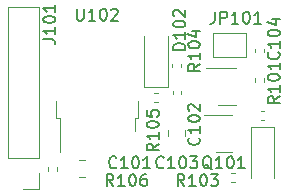
<source format=gbr>
%TF.GenerationSoftware,KiCad,Pcbnew,6.0.11+dfsg-1~bpo11+1*%
%TF.CreationDate,2023-05-06T05:54:02+00:00*%
%TF.ProjectId,huibike,68756962-696b-4652-9e6b-696361645f70,rev?*%
%TF.SameCoordinates,Original*%
%TF.FileFunction,Legend,Top*%
%TF.FilePolarity,Positive*%
%FSLAX46Y46*%
G04 Gerber Fmt 4.6, Leading zero omitted, Abs format (unit mm)*
G04 Created by KiCad (PCBNEW 6.0.11+dfsg-1~bpo11+1) date 2023-05-06 05:54:02*
%MOMM*%
%LPD*%
G01*
G04 APERTURE LIST*
%ADD10C,0.150000*%
%ADD11C,0.120000*%
G04 APERTURE END LIST*
D10*
%TO.C,C104*%
X105607142Y-54119047D02*
X105654761Y-54166666D01*
X105702380Y-54309523D01*
X105702380Y-54404761D01*
X105654761Y-54547619D01*
X105559523Y-54642857D01*
X105464285Y-54690476D01*
X105273809Y-54738095D01*
X105130952Y-54738095D01*
X104940476Y-54690476D01*
X104845238Y-54642857D01*
X104750000Y-54547619D01*
X104702380Y-54404761D01*
X104702380Y-54309523D01*
X104750000Y-54166666D01*
X104797619Y-54119047D01*
X105702380Y-53166666D02*
X105702380Y-53738095D01*
X105702380Y-53452380D02*
X104702380Y-53452380D01*
X104845238Y-53547619D01*
X104940476Y-53642857D01*
X104988095Y-53738095D01*
X104702380Y-52547619D02*
X104702380Y-52452380D01*
X104750000Y-52357142D01*
X104797619Y-52309523D01*
X104892857Y-52261904D01*
X105083333Y-52214285D01*
X105321428Y-52214285D01*
X105511904Y-52261904D01*
X105607142Y-52309523D01*
X105654761Y-52357142D01*
X105702380Y-52452380D01*
X105702380Y-52547619D01*
X105654761Y-52642857D01*
X105607142Y-52690476D01*
X105511904Y-52738095D01*
X105321428Y-52785714D01*
X105083333Y-52785714D01*
X104892857Y-52738095D01*
X104797619Y-52690476D01*
X104750000Y-52642857D01*
X104702380Y-52547619D01*
X105035714Y-51357142D02*
X105702380Y-51357142D01*
X104654761Y-51595238D02*
X105369047Y-51833333D01*
X105369047Y-51214285D01*
%TO.C,Q101*%
X99952380Y-64047619D02*
X99857142Y-64000000D01*
X99761904Y-63904761D01*
X99619047Y-63761904D01*
X99523809Y-63714285D01*
X99428571Y-63714285D01*
X99476190Y-63952380D02*
X99380952Y-63904761D01*
X99285714Y-63809523D01*
X99238095Y-63619047D01*
X99238095Y-63285714D01*
X99285714Y-63095238D01*
X99380952Y-63000000D01*
X99476190Y-62952380D01*
X99666666Y-62952380D01*
X99761904Y-63000000D01*
X99857142Y-63095238D01*
X99904761Y-63285714D01*
X99904761Y-63619047D01*
X99857142Y-63809523D01*
X99761904Y-63904761D01*
X99666666Y-63952380D01*
X99476190Y-63952380D01*
X100857142Y-63952380D02*
X100285714Y-63952380D01*
X100571428Y-63952380D02*
X100571428Y-62952380D01*
X100476190Y-63095238D01*
X100380952Y-63190476D01*
X100285714Y-63238095D01*
X101476190Y-62952380D02*
X101571428Y-62952380D01*
X101666666Y-63000000D01*
X101714285Y-63047619D01*
X101761904Y-63142857D01*
X101809523Y-63333333D01*
X101809523Y-63571428D01*
X101761904Y-63761904D01*
X101714285Y-63857142D01*
X101666666Y-63904761D01*
X101571428Y-63952380D01*
X101476190Y-63952380D01*
X101380952Y-63904761D01*
X101333333Y-63857142D01*
X101285714Y-63761904D01*
X101238095Y-63571428D01*
X101238095Y-63333333D01*
X101285714Y-63142857D01*
X101333333Y-63047619D01*
X101380952Y-63000000D01*
X101476190Y-62952380D01*
X102761904Y-63952380D02*
X102190476Y-63952380D01*
X102476190Y-63952380D02*
X102476190Y-62952380D01*
X102380952Y-63095238D01*
X102285714Y-63190476D01*
X102190476Y-63238095D01*
%TO.C,JP101*%
X100214285Y-50702380D02*
X100214285Y-51416666D01*
X100166666Y-51559523D01*
X100071428Y-51654761D01*
X99928571Y-51702380D01*
X99833333Y-51702380D01*
X100690476Y-51702380D02*
X100690476Y-50702380D01*
X101071428Y-50702380D01*
X101166666Y-50750000D01*
X101214285Y-50797619D01*
X101261904Y-50892857D01*
X101261904Y-51035714D01*
X101214285Y-51130952D01*
X101166666Y-51178571D01*
X101071428Y-51226190D01*
X100690476Y-51226190D01*
X102214285Y-51702380D02*
X101642857Y-51702380D01*
X101928571Y-51702380D02*
X101928571Y-50702380D01*
X101833333Y-50845238D01*
X101738095Y-50940476D01*
X101642857Y-50988095D01*
X102833333Y-50702380D02*
X102928571Y-50702380D01*
X103023809Y-50750000D01*
X103071428Y-50797619D01*
X103119047Y-50892857D01*
X103166666Y-51083333D01*
X103166666Y-51321428D01*
X103119047Y-51511904D01*
X103071428Y-51607142D01*
X103023809Y-51654761D01*
X102928571Y-51702380D01*
X102833333Y-51702380D01*
X102738095Y-51654761D01*
X102690476Y-51607142D01*
X102642857Y-51511904D01*
X102595238Y-51321428D01*
X102595238Y-51083333D01*
X102642857Y-50892857D01*
X102690476Y-50797619D01*
X102738095Y-50750000D01*
X102833333Y-50702380D01*
X104119047Y-51702380D02*
X103547619Y-51702380D01*
X103833333Y-51702380D02*
X103833333Y-50702380D01*
X103738095Y-50845238D01*
X103642857Y-50940476D01*
X103547619Y-50988095D01*
%TO.C,C101*%
X91880952Y-63857142D02*
X91833333Y-63904761D01*
X91690476Y-63952380D01*
X91595238Y-63952380D01*
X91452380Y-63904761D01*
X91357142Y-63809523D01*
X91309523Y-63714285D01*
X91261904Y-63523809D01*
X91261904Y-63380952D01*
X91309523Y-63190476D01*
X91357142Y-63095238D01*
X91452380Y-63000000D01*
X91595238Y-62952380D01*
X91690476Y-62952380D01*
X91833333Y-63000000D01*
X91880952Y-63047619D01*
X92833333Y-63952380D02*
X92261904Y-63952380D01*
X92547619Y-63952380D02*
X92547619Y-62952380D01*
X92452380Y-63095238D01*
X92357142Y-63190476D01*
X92261904Y-63238095D01*
X93452380Y-62952380D02*
X93547619Y-62952380D01*
X93642857Y-63000000D01*
X93690476Y-63047619D01*
X93738095Y-63142857D01*
X93785714Y-63333333D01*
X93785714Y-63571428D01*
X93738095Y-63761904D01*
X93690476Y-63857142D01*
X93642857Y-63904761D01*
X93547619Y-63952380D01*
X93452380Y-63952380D01*
X93357142Y-63904761D01*
X93309523Y-63857142D01*
X93261904Y-63761904D01*
X93214285Y-63571428D01*
X93214285Y-63333333D01*
X93261904Y-63142857D01*
X93309523Y-63047619D01*
X93357142Y-63000000D01*
X93452380Y-62952380D01*
X94738095Y-63952380D02*
X94166666Y-63952380D01*
X94452380Y-63952380D02*
X94452380Y-62952380D01*
X94357142Y-63095238D01*
X94261904Y-63190476D01*
X94166666Y-63238095D01*
%TO.C,R105*%
X95452380Y-61869047D02*
X94976190Y-62202380D01*
X95452380Y-62440476D02*
X94452380Y-62440476D01*
X94452380Y-62059523D01*
X94500000Y-61964285D01*
X94547619Y-61916666D01*
X94642857Y-61869047D01*
X94785714Y-61869047D01*
X94880952Y-61916666D01*
X94928571Y-61964285D01*
X94976190Y-62059523D01*
X94976190Y-62440476D01*
X95452380Y-60916666D02*
X95452380Y-61488095D01*
X95452380Y-61202380D02*
X94452380Y-61202380D01*
X94595238Y-61297619D01*
X94690476Y-61392857D01*
X94738095Y-61488095D01*
X94452380Y-60297619D02*
X94452380Y-60202380D01*
X94500000Y-60107142D01*
X94547619Y-60059523D01*
X94642857Y-60011904D01*
X94833333Y-59964285D01*
X95071428Y-59964285D01*
X95261904Y-60011904D01*
X95357142Y-60059523D01*
X95404761Y-60107142D01*
X95452380Y-60202380D01*
X95452380Y-60297619D01*
X95404761Y-60392857D01*
X95357142Y-60440476D01*
X95261904Y-60488095D01*
X95071428Y-60535714D01*
X94833333Y-60535714D01*
X94642857Y-60488095D01*
X94547619Y-60440476D01*
X94500000Y-60392857D01*
X94452380Y-60297619D01*
X94452380Y-59059523D02*
X94452380Y-59535714D01*
X94928571Y-59583333D01*
X94880952Y-59535714D01*
X94833333Y-59440476D01*
X94833333Y-59202380D01*
X94880952Y-59107142D01*
X94928571Y-59059523D01*
X95023809Y-59011904D01*
X95261904Y-59011904D01*
X95357142Y-59059523D01*
X95404761Y-59107142D01*
X95452380Y-59202380D01*
X95452380Y-59440476D01*
X95404761Y-59535714D01*
X95357142Y-59583333D01*
%TO.C,J101*%
X85702380Y-53035714D02*
X86416666Y-53035714D01*
X86559523Y-53083333D01*
X86654761Y-53178571D01*
X86702380Y-53321428D01*
X86702380Y-53416666D01*
X86702380Y-52035714D02*
X86702380Y-52607142D01*
X86702380Y-52321428D02*
X85702380Y-52321428D01*
X85845238Y-52416666D01*
X85940476Y-52511904D01*
X85988095Y-52607142D01*
X85702380Y-51416666D02*
X85702380Y-51321428D01*
X85750000Y-51226190D01*
X85797619Y-51178571D01*
X85892857Y-51130952D01*
X86083333Y-51083333D01*
X86321428Y-51083333D01*
X86511904Y-51130952D01*
X86607142Y-51178571D01*
X86654761Y-51226190D01*
X86702380Y-51321428D01*
X86702380Y-51416666D01*
X86654761Y-51511904D01*
X86607142Y-51559523D01*
X86511904Y-51607142D01*
X86321428Y-51654761D01*
X86083333Y-51654761D01*
X85892857Y-51607142D01*
X85797619Y-51559523D01*
X85750000Y-51511904D01*
X85702380Y-51416666D01*
X86702380Y-50130952D02*
X86702380Y-50702380D01*
X86702380Y-50416666D02*
X85702380Y-50416666D01*
X85845238Y-50511904D01*
X85940476Y-50607142D01*
X85988095Y-50702380D01*
%TO.C,R101*%
X105702380Y-57869047D02*
X105226190Y-58202380D01*
X105702380Y-58440476D02*
X104702380Y-58440476D01*
X104702380Y-58059523D01*
X104750000Y-57964285D01*
X104797619Y-57916666D01*
X104892857Y-57869047D01*
X105035714Y-57869047D01*
X105130952Y-57916666D01*
X105178571Y-57964285D01*
X105226190Y-58059523D01*
X105226190Y-58440476D01*
X105702380Y-56916666D02*
X105702380Y-57488095D01*
X105702380Y-57202380D02*
X104702380Y-57202380D01*
X104845238Y-57297619D01*
X104940476Y-57392857D01*
X104988095Y-57488095D01*
X104702380Y-56297619D02*
X104702380Y-56202380D01*
X104750000Y-56107142D01*
X104797619Y-56059523D01*
X104892857Y-56011904D01*
X105083333Y-55964285D01*
X105321428Y-55964285D01*
X105511904Y-56011904D01*
X105607142Y-56059523D01*
X105654761Y-56107142D01*
X105702380Y-56202380D01*
X105702380Y-56297619D01*
X105654761Y-56392857D01*
X105607142Y-56440476D01*
X105511904Y-56488095D01*
X105321428Y-56535714D01*
X105083333Y-56535714D01*
X104892857Y-56488095D01*
X104797619Y-56440476D01*
X104750000Y-56392857D01*
X104702380Y-56297619D01*
X105702380Y-55011904D02*
X105702380Y-55583333D01*
X105702380Y-55297619D02*
X104702380Y-55297619D01*
X104845238Y-55392857D01*
X104940476Y-55488095D01*
X104988095Y-55583333D01*
%TO.C,D102*%
X97702380Y-53940476D02*
X96702380Y-53940476D01*
X96702380Y-53702380D01*
X96750000Y-53559523D01*
X96845238Y-53464285D01*
X96940476Y-53416666D01*
X97130952Y-53369047D01*
X97273809Y-53369047D01*
X97464285Y-53416666D01*
X97559523Y-53464285D01*
X97654761Y-53559523D01*
X97702380Y-53702380D01*
X97702380Y-53940476D01*
X97702380Y-52416666D02*
X97702380Y-52988095D01*
X97702380Y-52702380D02*
X96702380Y-52702380D01*
X96845238Y-52797619D01*
X96940476Y-52892857D01*
X96988095Y-52988095D01*
X96702380Y-51797619D02*
X96702380Y-51702380D01*
X96750000Y-51607142D01*
X96797619Y-51559523D01*
X96892857Y-51511904D01*
X97083333Y-51464285D01*
X97321428Y-51464285D01*
X97511904Y-51511904D01*
X97607142Y-51559523D01*
X97654761Y-51607142D01*
X97702380Y-51702380D01*
X97702380Y-51797619D01*
X97654761Y-51892857D01*
X97607142Y-51940476D01*
X97511904Y-51988095D01*
X97321428Y-52035714D01*
X97083333Y-52035714D01*
X96892857Y-51988095D01*
X96797619Y-51940476D01*
X96750000Y-51892857D01*
X96702380Y-51797619D01*
X96797619Y-51083333D02*
X96750000Y-51035714D01*
X96702380Y-50940476D01*
X96702380Y-50702380D01*
X96750000Y-50607142D01*
X96797619Y-50559523D01*
X96892857Y-50511904D01*
X96988095Y-50511904D01*
X97130952Y-50559523D01*
X97702380Y-51130952D01*
X97702380Y-50511904D01*
%TO.C,C102*%
X98857142Y-61369047D02*
X98904761Y-61416666D01*
X98952380Y-61559523D01*
X98952380Y-61654761D01*
X98904761Y-61797619D01*
X98809523Y-61892857D01*
X98714285Y-61940476D01*
X98523809Y-61988095D01*
X98380952Y-61988095D01*
X98190476Y-61940476D01*
X98095238Y-61892857D01*
X98000000Y-61797619D01*
X97952380Y-61654761D01*
X97952380Y-61559523D01*
X98000000Y-61416666D01*
X98047619Y-61369047D01*
X98952380Y-60416666D02*
X98952380Y-60988095D01*
X98952380Y-60702380D02*
X97952380Y-60702380D01*
X98095238Y-60797619D01*
X98190476Y-60892857D01*
X98238095Y-60988095D01*
X97952380Y-59797619D02*
X97952380Y-59702380D01*
X98000000Y-59607142D01*
X98047619Y-59559523D01*
X98142857Y-59511904D01*
X98333333Y-59464285D01*
X98571428Y-59464285D01*
X98761904Y-59511904D01*
X98857142Y-59559523D01*
X98904761Y-59607142D01*
X98952380Y-59702380D01*
X98952380Y-59797619D01*
X98904761Y-59892857D01*
X98857142Y-59940476D01*
X98761904Y-59988095D01*
X98571428Y-60035714D01*
X98333333Y-60035714D01*
X98142857Y-59988095D01*
X98047619Y-59940476D01*
X98000000Y-59892857D01*
X97952380Y-59797619D01*
X98047619Y-59083333D02*
X98000000Y-59035714D01*
X97952380Y-58940476D01*
X97952380Y-58702380D01*
X98000000Y-58607142D01*
X98047619Y-58559523D01*
X98142857Y-58511904D01*
X98238095Y-58511904D01*
X98380952Y-58559523D01*
X98952380Y-59130952D01*
X98952380Y-58511904D01*
%TO.C,R104*%
X98952380Y-55119047D02*
X98476190Y-55452380D01*
X98952380Y-55690476D02*
X97952380Y-55690476D01*
X97952380Y-55309523D01*
X98000000Y-55214285D01*
X98047619Y-55166666D01*
X98142857Y-55119047D01*
X98285714Y-55119047D01*
X98380952Y-55166666D01*
X98428571Y-55214285D01*
X98476190Y-55309523D01*
X98476190Y-55690476D01*
X98952380Y-54166666D02*
X98952380Y-54738095D01*
X98952380Y-54452380D02*
X97952380Y-54452380D01*
X98095238Y-54547619D01*
X98190476Y-54642857D01*
X98238095Y-54738095D01*
X97952380Y-53547619D02*
X97952380Y-53452380D01*
X98000000Y-53357142D01*
X98047619Y-53309523D01*
X98142857Y-53261904D01*
X98333333Y-53214285D01*
X98571428Y-53214285D01*
X98761904Y-53261904D01*
X98857142Y-53309523D01*
X98904761Y-53357142D01*
X98952380Y-53452380D01*
X98952380Y-53547619D01*
X98904761Y-53642857D01*
X98857142Y-53690476D01*
X98761904Y-53738095D01*
X98571428Y-53785714D01*
X98333333Y-53785714D01*
X98142857Y-53738095D01*
X98047619Y-53690476D01*
X98000000Y-53642857D01*
X97952380Y-53547619D01*
X98285714Y-52357142D02*
X98952380Y-52357142D01*
X97904761Y-52595238D02*
X98619047Y-52833333D01*
X98619047Y-52214285D01*
%TO.C,U102*%
X88535714Y-50452380D02*
X88535714Y-51261904D01*
X88583333Y-51357142D01*
X88630952Y-51404761D01*
X88726190Y-51452380D01*
X88916666Y-51452380D01*
X89011904Y-51404761D01*
X89059523Y-51357142D01*
X89107142Y-51261904D01*
X89107142Y-50452380D01*
X90107142Y-51452380D02*
X89535714Y-51452380D01*
X89821428Y-51452380D02*
X89821428Y-50452380D01*
X89726190Y-50595238D01*
X89630952Y-50690476D01*
X89535714Y-50738095D01*
X90726190Y-50452380D02*
X90821428Y-50452380D01*
X90916666Y-50500000D01*
X90964285Y-50547619D01*
X91011904Y-50642857D01*
X91059523Y-50833333D01*
X91059523Y-51071428D01*
X91011904Y-51261904D01*
X90964285Y-51357142D01*
X90916666Y-51404761D01*
X90821428Y-51452380D01*
X90726190Y-51452380D01*
X90630952Y-51404761D01*
X90583333Y-51357142D01*
X90535714Y-51261904D01*
X90488095Y-51071428D01*
X90488095Y-50833333D01*
X90535714Y-50642857D01*
X90583333Y-50547619D01*
X90630952Y-50500000D01*
X90726190Y-50452380D01*
X91440476Y-50547619D02*
X91488095Y-50500000D01*
X91583333Y-50452380D01*
X91821428Y-50452380D01*
X91916666Y-50500000D01*
X91964285Y-50547619D01*
X92011904Y-50642857D01*
X92011904Y-50738095D01*
X91964285Y-50880952D01*
X91392857Y-51452380D01*
X92011904Y-51452380D01*
%TO.C,R106*%
X91630952Y-65452380D02*
X91297619Y-64976190D01*
X91059523Y-65452380D02*
X91059523Y-64452380D01*
X91440476Y-64452380D01*
X91535714Y-64500000D01*
X91583333Y-64547619D01*
X91630952Y-64642857D01*
X91630952Y-64785714D01*
X91583333Y-64880952D01*
X91535714Y-64928571D01*
X91440476Y-64976190D01*
X91059523Y-64976190D01*
X92583333Y-65452380D02*
X92011904Y-65452380D01*
X92297619Y-65452380D02*
X92297619Y-64452380D01*
X92202380Y-64595238D01*
X92107142Y-64690476D01*
X92011904Y-64738095D01*
X93202380Y-64452380D02*
X93297619Y-64452380D01*
X93392857Y-64500000D01*
X93440476Y-64547619D01*
X93488095Y-64642857D01*
X93535714Y-64833333D01*
X93535714Y-65071428D01*
X93488095Y-65261904D01*
X93440476Y-65357142D01*
X93392857Y-65404761D01*
X93297619Y-65452380D01*
X93202380Y-65452380D01*
X93107142Y-65404761D01*
X93059523Y-65357142D01*
X93011904Y-65261904D01*
X92964285Y-65071428D01*
X92964285Y-64833333D01*
X93011904Y-64642857D01*
X93059523Y-64547619D01*
X93107142Y-64500000D01*
X93202380Y-64452380D01*
X94392857Y-64452380D02*
X94202380Y-64452380D01*
X94107142Y-64500000D01*
X94059523Y-64547619D01*
X93964285Y-64690476D01*
X93916666Y-64880952D01*
X93916666Y-65261904D01*
X93964285Y-65357142D01*
X94011904Y-65404761D01*
X94107142Y-65452380D01*
X94297619Y-65452380D01*
X94392857Y-65404761D01*
X94440476Y-65357142D01*
X94488095Y-65261904D01*
X94488095Y-65023809D01*
X94440476Y-64928571D01*
X94392857Y-64880952D01*
X94297619Y-64833333D01*
X94107142Y-64833333D01*
X94011904Y-64880952D01*
X93964285Y-64928571D01*
X93916666Y-65023809D01*
%TO.C,R103*%
X97630952Y-65452380D02*
X97297619Y-64976190D01*
X97059523Y-65452380D02*
X97059523Y-64452380D01*
X97440476Y-64452380D01*
X97535714Y-64500000D01*
X97583333Y-64547619D01*
X97630952Y-64642857D01*
X97630952Y-64785714D01*
X97583333Y-64880952D01*
X97535714Y-64928571D01*
X97440476Y-64976190D01*
X97059523Y-64976190D01*
X98583333Y-65452380D02*
X98011904Y-65452380D01*
X98297619Y-65452380D02*
X98297619Y-64452380D01*
X98202380Y-64595238D01*
X98107142Y-64690476D01*
X98011904Y-64738095D01*
X99202380Y-64452380D02*
X99297619Y-64452380D01*
X99392857Y-64500000D01*
X99440476Y-64547619D01*
X99488095Y-64642857D01*
X99535714Y-64833333D01*
X99535714Y-65071428D01*
X99488095Y-65261904D01*
X99440476Y-65357142D01*
X99392857Y-65404761D01*
X99297619Y-65452380D01*
X99202380Y-65452380D01*
X99107142Y-65404761D01*
X99059523Y-65357142D01*
X99011904Y-65261904D01*
X98964285Y-65071428D01*
X98964285Y-64833333D01*
X99011904Y-64642857D01*
X99059523Y-64547619D01*
X99107142Y-64500000D01*
X99202380Y-64452380D01*
X99869047Y-64452380D02*
X100488095Y-64452380D01*
X100154761Y-64833333D01*
X100297619Y-64833333D01*
X100392857Y-64880952D01*
X100440476Y-64928571D01*
X100488095Y-65023809D01*
X100488095Y-65261904D01*
X100440476Y-65357142D01*
X100392857Y-65404761D01*
X100297619Y-65452380D01*
X100011904Y-65452380D01*
X99916666Y-65404761D01*
X99869047Y-65357142D01*
%TO.C,C103*%
X95880952Y-63857142D02*
X95833333Y-63904761D01*
X95690476Y-63952380D01*
X95595238Y-63952380D01*
X95452380Y-63904761D01*
X95357142Y-63809523D01*
X95309523Y-63714285D01*
X95261904Y-63523809D01*
X95261904Y-63380952D01*
X95309523Y-63190476D01*
X95357142Y-63095238D01*
X95452380Y-63000000D01*
X95595238Y-62952380D01*
X95690476Y-62952380D01*
X95833333Y-63000000D01*
X95880952Y-63047619D01*
X96833333Y-63952380D02*
X96261904Y-63952380D01*
X96547619Y-63952380D02*
X96547619Y-62952380D01*
X96452380Y-63095238D01*
X96357142Y-63190476D01*
X96261904Y-63238095D01*
X97452380Y-62952380D02*
X97547619Y-62952380D01*
X97642857Y-63000000D01*
X97690476Y-63047619D01*
X97738095Y-63142857D01*
X97785714Y-63333333D01*
X97785714Y-63571428D01*
X97738095Y-63761904D01*
X97690476Y-63857142D01*
X97642857Y-63904761D01*
X97547619Y-63952380D01*
X97452380Y-63952380D01*
X97357142Y-63904761D01*
X97309523Y-63857142D01*
X97261904Y-63761904D01*
X97214285Y-63571428D01*
X97214285Y-63333333D01*
X97261904Y-63142857D01*
X97309523Y-63047619D01*
X97357142Y-63000000D01*
X97452380Y-62952380D01*
X98119047Y-62952380D02*
X98738095Y-62952380D01*
X98404761Y-63333333D01*
X98547619Y-63333333D01*
X98642857Y-63380952D01*
X98690476Y-63428571D01*
X98738095Y-63523809D01*
X98738095Y-63761904D01*
X98690476Y-63857142D01*
X98642857Y-63904761D01*
X98547619Y-63952380D01*
X98261904Y-63952380D01*
X98166666Y-63904761D01*
X98119047Y-63857142D01*
D11*
%TO.C,C104*%
X104360000Y-54107836D02*
X104360000Y-53892164D01*
X103640000Y-54107836D02*
X103640000Y-53892164D01*
%TO.C,Q101*%
X101000000Y-59440000D02*
X99325000Y-59440000D01*
X101000000Y-62560000D02*
X101650000Y-62560000D01*
X101000000Y-59440000D02*
X101650000Y-59440000D01*
X101000000Y-62560000D02*
X100350000Y-62560000D01*
%TO.C,JP101*%
X100100000Y-52500000D02*
X102900000Y-52500000D01*
X102900000Y-54500000D02*
X100100000Y-54500000D01*
X102900000Y-52500000D02*
X102900000Y-54500000D01*
X100100000Y-54500000D02*
X100100000Y-52500000D01*
%TO.C,C101*%
X88738748Y-64735000D02*
X89261252Y-64735000D01*
X88738748Y-63265000D02*
X89261252Y-63265000D01*
%TO.C,R105*%
X95096359Y-57620000D02*
X95403641Y-57620000D01*
X95096359Y-58380000D02*
X95403641Y-58380000D01*
%TO.C,J101*%
X85330000Y-64350000D02*
X85330000Y-65680000D01*
X85330000Y-50320000D02*
X82670000Y-50320000D01*
X85330000Y-63080000D02*
X85330000Y-50320000D01*
X82670000Y-63080000D02*
X82670000Y-50320000D01*
X85330000Y-63080000D02*
X82670000Y-63080000D01*
X85330000Y-65680000D02*
X84000000Y-65680000D01*
%TO.C,R101*%
X104380000Y-56643641D02*
X104380000Y-56336359D01*
X103620000Y-56643641D02*
X103620000Y-56336359D01*
%TO.C,R102*%
X104096359Y-59880000D02*
X104403641Y-59880000D01*
X104096359Y-59120000D02*
X104403641Y-59120000D01*
%TO.C,D101*%
X105250000Y-64750000D02*
X105250000Y-60450000D01*
X103250000Y-60450000D02*
X103250000Y-64750000D01*
X105250000Y-60450000D02*
X103250000Y-60450000D01*
%TO.C,D102*%
X94250000Y-52750000D02*
X94250000Y-57050000D01*
X96250000Y-57050000D02*
X96250000Y-52750000D01*
X94250000Y-57050000D02*
X96250000Y-57050000D01*
%TO.C,C102*%
X97360000Y-57627836D02*
X97360000Y-57412164D01*
X96640000Y-57627836D02*
X96640000Y-57412164D01*
%TO.C,R104*%
X96620000Y-55403641D02*
X96620000Y-55096359D01*
X97380000Y-55403641D02*
X97380000Y-55096359D01*
%TO.C,U102*%
X87070000Y-59720000D02*
X87070000Y-62550000D01*
X93700000Y-59720000D02*
X93430000Y-59720000D01*
X93430000Y-59720000D02*
X93430000Y-60820000D01*
X86800000Y-58220000D02*
X86800000Y-59720000D01*
X86800000Y-59720000D02*
X87070000Y-59720000D01*
X93700000Y-58220000D02*
X93700000Y-59720000D01*
%TO.C,R106*%
X86880000Y-64153641D02*
X86880000Y-63846359D01*
X86120000Y-64153641D02*
X86120000Y-63846359D01*
%TO.C,U101*%
X101250000Y-55440000D02*
X102050000Y-55440000D01*
X101250000Y-55440000D02*
X99450000Y-55440000D01*
X101250000Y-58560000D02*
X100450000Y-58560000D01*
X101250000Y-58560000D02*
X102050000Y-58560000D01*
%TO.C,R103*%
X101596359Y-65130000D02*
X101903641Y-65130000D01*
X101596359Y-64370000D02*
X101903641Y-64370000D01*
%TO.C,C103*%
X96265000Y-60738748D02*
X96265000Y-61261252D01*
X97735000Y-60738748D02*
X97735000Y-61261252D01*
%TD*%
M02*

</source>
